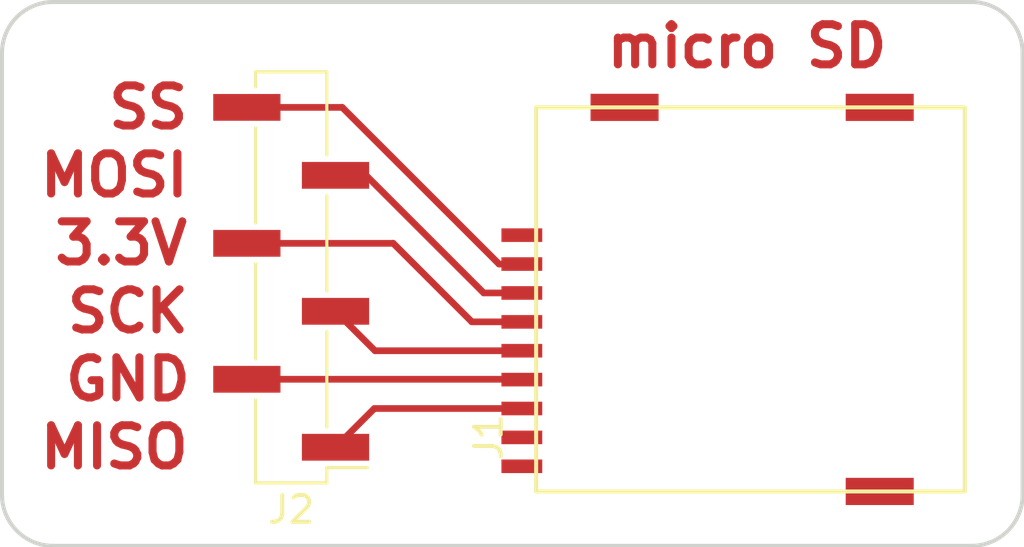
<source format=kicad_pcb>
(kicad_pcb (version 4) (host pcbnew 4.0.6)

  (general
    (links 6)
    (no_connects 0)
    (area 140.259999 93.269999 178.510001 113.740001)
    (thickness 1.6)
    (drawings 15)
    (tracks 15)
    (zones 0)
    (modules 2)
    (nets 10)
  )

  (page A4)
  (layers
    (0 F.Cu signal)
    (31 B.Cu signal)
    (32 B.Adhes user)
    (33 F.Adhes user)
    (34 B.Paste user)
    (35 F.Paste user)
    (36 B.SilkS user)
    (37 F.SilkS user)
    (38 B.Mask user)
    (39 F.Mask user)
    (40 Dwgs.User user)
    (41 Cmts.User user)
    (42 Eco1.User user)
    (43 Eco2.User user)
    (44 Edge.Cuts user)
    (45 Margin user)
    (46 B.CrtYd user)
    (47 F.CrtYd user)
    (48 B.Fab user)
    (49 F.Fab user)
  )

  (setup
    (last_trace_width 0.25)
    (trace_clearance 0.2)
    (zone_clearance 0.508)
    (zone_45_only no)
    (trace_min 0.2)
    (segment_width 0.2)
    (edge_width 0.15)
    (via_size 0.6)
    (via_drill 0.4)
    (via_min_size 0.4)
    (via_min_drill 0.3)
    (uvia_size 0.3)
    (uvia_drill 0.1)
    (uvias_allowed no)
    (uvia_min_size 0.2)
    (uvia_min_drill 0.1)
    (pcb_text_width 0.3)
    (pcb_text_size 1.5 1.5)
    (mod_edge_width 0.15)
    (mod_text_size 1 1)
    (mod_text_width 0.15)
    (pad_size 1.524 1.524)
    (pad_drill 0.762)
    (pad_to_mask_clearance 0.2)
    (aux_axis_origin 0 0)
    (visible_elements FFFFFF7F)
    (pcbplotparams
      (layerselection 0x00030_80000001)
      (usegerberextensions false)
      (excludeedgelayer true)
      (linewidth 0.100000)
      (plotframeref false)
      (viasonmask false)
      (mode 1)
      (useauxorigin false)
      (hpglpennumber 1)
      (hpglpenspeed 20)
      (hpglpendiameter 15)
      (hpglpenoverlay 2)
      (psnegative false)
      (psa4output false)
      (plotreference true)
      (plotvalue true)
      (plotinvisibletext false)
      (padsonsilk false)
      (subtractmaskfromsilk false)
      (outputformat 1)
      (mirror false)
      (drillshape 1)
      (scaleselection 1)
      (outputdirectory ""))
  )

  (net 0 "")
  (net 1 "Net-(J1-Pad9)")
  (net 2 "Net-(J1-Pad8)")
  (net 3 /MISO)
  (net 4 /GND)
  (net 5 /SCK)
  (net 6 /VCC)
  (net 7 /MOSI)
  (net 8 /SS)
  (net 9 "Net-(J1-Pad1)")

  (net_class Default "This is the default net class."
    (clearance 0.2)
    (trace_width 0.25)
    (via_dia 0.6)
    (via_drill 0.4)
    (uvia_dia 0.3)
    (uvia_drill 0.1)
    (add_net /GND)
    (add_net /MISO)
    (add_net /MOSI)
    (add_net /SCK)
    (add_net /SS)
    (add_net /VCC)
    (add_net "Net-(J1-Pad1)")
    (add_net "Net-(J1-Pad8)")
    (add_net "Net-(J1-Pad9)")
  )

  (module sean:MICROSD (layer F.Cu) (tedit 5A579579) (tstamp 5A579375)
    (at 168.148 104.902 90)
    (path /5A57924F)
    (fp_text reference J1 (at -4.699 -9.652 90) (layer F.SilkS)
      (effects (font (size 1 1) (thickness 0.15)))
    )
    (fp_text value Micro_SD_Card (at 0.127 9.017 90) (layer F.Fab)
      (effects (font (size 1 1) (thickness 0.15)))
    )
    (fp_line (start 7.62 -7.874) (end 7.62 8.128) (layer F.SilkS) (width 0.15))
    (fp_line (start -6.731 8.128) (end 7.62 8.128) (layer F.SilkS) (width 0.15))
    (fp_line (start -6.731 -7.874) (end -6.731 8.128) (layer F.SilkS) (width 0.15))
    (fp_line (start -6.731 -7.874) (end 7.62 -7.874) (layer F.SilkS) (width 0.15))
    (pad SHEI smd rect (at -6.731 4.953 90) (size 1.016 2.54) (layers F.Cu F.Paste F.Mask))
    (pad SHEI smd rect (at 7.62 4.953 90) (size 1.016 2.54) (layers F.Cu F.Paste F.Mask))
    (pad 9 smd rect (at -5.7912 -8.4074 90) (size 0.508 1.524) (layers F.Cu F.Paste F.Mask)
      (net 1 "Net-(J1-Pad9)"))
    (pad 8 smd rect (at -4.7117 -8.4074 90) (size 0.508 1.524) (layers F.Cu F.Paste F.Mask)
      (net 2 "Net-(J1-Pad8)"))
    (pad 7 smd rect (at -3.6322 -8.4074 90) (size 0.508 1.524) (layers F.Cu F.Paste F.Mask)
      (net 3 /MISO))
    (pad 6 smd rect (at -2.5527 -8.4074 90) (size 0.508 1.524) (layers F.Cu F.Paste F.Mask)
      (net 4 /GND))
    (pad 5 smd rect (at -1.4732 -8.4074 90) (size 0.508 1.524) (layers F.Cu F.Paste F.Mask)
      (net 5 /SCK))
    (pad 4 smd rect (at -0.3937 -8.4074 90) (size 0.508 1.524) (layers F.Cu F.Paste F.Mask)
      (net 6 /VCC))
    (pad 3 smd rect (at 0.6858 -8.4074 90) (size 0.508 1.524) (layers F.Cu F.Paste F.Mask)
      (net 7 /MOSI))
    (pad 2 smd rect (at 1.7653 -8.4074 90) (size 0.508 1.524) (layers F.Cu F.Paste F.Mask)
      (net 8 /SS))
    (pad 1 smd rect (at 2.8448 -8.4074 90) (size 0.508 1.524) (layers F.Cu F.Paste F.Mask)
      (net 9 "Net-(J1-Pad1)"))
    (pad SHEI smd rect (at 7.62 -4.572 90) (size 1.016 2.54) (layers F.Cu F.Paste F.Mask))
  )

  (module Pin_Headers:Pin_Header_Straight_1x06_Pitch2.54mm_SMD_Pin1Left (layer F.Cu) (tedit 59650532) (tstamp 5A5793DF)
    (at 151.13 103.632 180)
    (descr "surface-mounted straight pin header, 1x06, 2.54mm pitch, single row, style 1 (pin 1 left)")
    (tags "Surface mounted pin header SMD 1x06 2.54mm single row style1 pin1 left")
    (path /5A579312)
    (attr smd)
    (fp_text reference J2 (at 0 -8.68 180) (layer F.SilkS)
      (effects (font (size 1 1) (thickness 0.15)))
    )
    (fp_text value CONN_01X06 (at 0 8.68 180) (layer F.Fab)
      (effects (font (size 1 1) (thickness 0.15)))
    )
    (fp_line (start 1.27 7.62) (end -1.27 7.62) (layer F.Fab) (width 0.1))
    (fp_line (start -0.32 -7.62) (end 1.27 -7.62) (layer F.Fab) (width 0.1))
    (fp_line (start -1.27 7.62) (end -1.27 -6.67) (layer F.Fab) (width 0.1))
    (fp_line (start -1.27 -6.67) (end -0.32 -7.62) (layer F.Fab) (width 0.1))
    (fp_line (start 1.27 -7.62) (end 1.27 7.62) (layer F.Fab) (width 0.1))
    (fp_line (start -1.27 -6.67) (end -2.54 -6.67) (layer F.Fab) (width 0.1))
    (fp_line (start -2.54 -6.67) (end -2.54 -6.03) (layer F.Fab) (width 0.1))
    (fp_line (start -2.54 -6.03) (end -1.27 -6.03) (layer F.Fab) (width 0.1))
    (fp_line (start -1.27 -1.59) (end -2.54 -1.59) (layer F.Fab) (width 0.1))
    (fp_line (start -2.54 -1.59) (end -2.54 -0.95) (layer F.Fab) (width 0.1))
    (fp_line (start -2.54 -0.95) (end -1.27 -0.95) (layer F.Fab) (width 0.1))
    (fp_line (start -1.27 3.49) (end -2.54 3.49) (layer F.Fab) (width 0.1))
    (fp_line (start -2.54 3.49) (end -2.54 4.13) (layer F.Fab) (width 0.1))
    (fp_line (start -2.54 4.13) (end -1.27 4.13) (layer F.Fab) (width 0.1))
    (fp_line (start 1.27 -4.13) (end 2.54 -4.13) (layer F.Fab) (width 0.1))
    (fp_line (start 2.54 -4.13) (end 2.54 -3.49) (layer F.Fab) (width 0.1))
    (fp_line (start 2.54 -3.49) (end 1.27 -3.49) (layer F.Fab) (width 0.1))
    (fp_line (start 1.27 0.95) (end 2.54 0.95) (layer F.Fab) (width 0.1))
    (fp_line (start 2.54 0.95) (end 2.54 1.59) (layer F.Fab) (width 0.1))
    (fp_line (start 2.54 1.59) (end 1.27 1.59) (layer F.Fab) (width 0.1))
    (fp_line (start 1.27 6.03) (end 2.54 6.03) (layer F.Fab) (width 0.1))
    (fp_line (start 2.54 6.03) (end 2.54 6.67) (layer F.Fab) (width 0.1))
    (fp_line (start 2.54 6.67) (end 1.27 6.67) (layer F.Fab) (width 0.1))
    (fp_line (start -1.33 -7.68) (end 1.33 -7.68) (layer F.SilkS) (width 0.12))
    (fp_line (start -1.33 7.68) (end 1.33 7.68) (layer F.SilkS) (width 0.12))
    (fp_line (start 1.33 -7.68) (end 1.33 -4.57) (layer F.SilkS) (width 0.12))
    (fp_line (start -1.33 -7.11) (end -2.85 -7.11) (layer F.SilkS) (width 0.12))
    (fp_line (start -1.33 -7.68) (end -1.33 -7.11) (layer F.SilkS) (width 0.12))
    (fp_line (start 1.33 7.11) (end 1.33 7.68) (layer F.SilkS) (width 0.12))
    (fp_line (start 1.33 -3.05) (end 1.33 0.51) (layer F.SilkS) (width 0.12))
    (fp_line (start 1.33 2.03) (end 1.33 5.59) (layer F.SilkS) (width 0.12))
    (fp_line (start -1.33 -5.59) (end -1.33 -2.03) (layer F.SilkS) (width 0.12))
    (fp_line (start -1.33 -0.51) (end -1.33 3.05) (layer F.SilkS) (width 0.12))
    (fp_line (start -1.33 4.57) (end -1.33 7.68) (layer F.SilkS) (width 0.12))
    (fp_line (start -3.45 -8.15) (end -3.45 8.15) (layer F.CrtYd) (width 0.05))
    (fp_line (start -3.45 8.15) (end 3.45 8.15) (layer F.CrtYd) (width 0.05))
    (fp_line (start 3.45 8.15) (end 3.45 -8.15) (layer F.CrtYd) (width 0.05))
    (fp_line (start 3.45 -8.15) (end -3.45 -8.15) (layer F.CrtYd) (width 0.05))
    (fp_text user %R (at 0 0 270) (layer F.Fab)
      (effects (font (size 1 1) (thickness 0.15)))
    )
    (pad 1 smd rect (at -1.655 -6.35 180) (size 2.51 1) (layers F.Cu F.Paste F.Mask)
      (net 3 /MISO))
    (pad 3 smd rect (at -1.655 -1.27 180) (size 2.51 1) (layers F.Cu F.Paste F.Mask)
      (net 5 /SCK))
    (pad 5 smd rect (at -1.655 3.81 180) (size 2.51 1) (layers F.Cu F.Paste F.Mask)
      (net 7 /MOSI))
    (pad 2 smd rect (at 1.655 -3.81 180) (size 2.51 1) (layers F.Cu F.Paste F.Mask)
      (net 4 /GND))
    (pad 4 smd rect (at 1.655 1.27 180) (size 2.51 1) (layers F.Cu F.Paste F.Mask)
      (net 6 /VCC))
    (pad 6 smd rect (at 1.655 6.35 180) (size 2.51 1) (layers F.Cu F.Paste F.Mask)
      (net 8 /SS))
    (model ${KISYS3DMOD}/Pin_Headers.3dshapes/Pin_Header_Straight_1x06_Pitch2.54mm_SMD_Pin1Left.wrl
      (at (xyz 0 0 0))
      (scale (xyz 1 1 1))
      (rotate (xyz 0 0 0))
    )
  )

  (gr_line (start 142.24 93.345) (end 176.53 93.345) (angle 90) (layer Edge.Cuts) (width 0.15))
  (gr_arc (start 176.53 111.76) (end 178.435 111.76) (angle 90) (layer Edge.Cuts) (width 0.15))
  (gr_line (start 142.24 113.665) (end 176.53 113.665) (angle 90) (layer Edge.Cuts) (width 0.15))
  (gr_line (start 178.435 95.25) (end 178.435 111.76) (angle 90) (layer Edge.Cuts) (width 0.15))
  (gr_arc (start 176.53 95.25) (end 176.53 93.345) (angle 90) (layer Edge.Cuts) (width 0.15))
  (gr_line (start 140.335 95.25) (end 140.335 111.76) (angle 90) (layer Edge.Cuts) (width 0.15))
  (gr_arc (start 142.24 111.76) (end 142.24 113.665) (angle 90) (layer Edge.Cuts) (width 0.15))
  (gr_arc (start 142.24 95.25) (end 140.335 95.25) (angle 90) (layer Edge.Cuts) (width 0.15))
  (gr_text MISO (at 144.526 109.982) (layer F.Cu)
    (effects (font (size 1.5 1.5) (thickness 0.3)))
  )
  (gr_text GND (at 145.034 107.442) (layer F.Cu)
    (effects (font (size 1.5 1.5) (thickness 0.3)))
  )
  (gr_text SCK (at 145.034 104.902) (layer F.Cu)
    (effects (font (size 1.5 1.5) (thickness 0.3)))
  )
  (gr_text 3.3V (at 144.78 102.362) (layer F.Cu)
    (effects (font (size 1.5 1.5) (thickness 0.3)))
  )
  (gr_text MOSI (at 144.526 99.822) (layer F.Cu)
    (effects (font (size 1.5 1.5) (thickness 0.3)))
  )
  (gr_text SS (at 145.796 97.282) (layer F.Cu)
    (effects (font (size 1.5 1.5) (thickness 0.3)))
  )
  (gr_text "micro SD" (at 168.148 94.996) (layer F.Cu)
    (effects (font (size 1.5 1.5) (thickness 0.3)))
  )

  (segment (start 159.7406 108.5342) (end 154.2328 108.5342) (width 0.25) (layer F.Cu) (net 3) (status 400000))
  (segment (start 154.2328 108.5342) (end 152.785 109.982) (width 0.25) (layer F.Cu) (net 3) (tstamp 5A5795F5) (status 800000))
  (segment (start 149.475 107.442) (end 159.7279 107.442) (width 0.25) (layer F.Cu) (net 4) (status C00000))
  (segment (start 159.7279 107.442) (end 159.7406 107.4547) (width 0.25) (layer F.Cu) (net 4) (tstamp 5A5795F2) (status C00000))
  (segment (start 159.7406 106.3752) (end 154.2582 106.3752) (width 0.25) (layer F.Cu) (net 5) (status 400000))
  (segment (start 154.2582 106.3752) (end 152.785 104.902) (width 0.25) (layer F.Cu) (net 5) (tstamp 5A5795EC) (status 800000))
  (segment (start 159.7406 105.2957) (end 157.8737 105.2957) (width 0.25) (layer F.Cu) (net 6) (status 400000))
  (segment (start 154.94 102.362) (end 149.475 102.362) (width 0.25) (layer F.Cu) (net 6) (tstamp 5A5795D8) (status 800000))
  (segment (start 157.8737 105.2957) (end 154.94 102.362) (width 0.25) (layer F.Cu) (net 6) (tstamp 5A5795D2))
  (segment (start 152.785 99.822) (end 153.924 99.822) (width 0.25) (layer F.Cu) (net 7) (status C00000))
  (segment (start 153.924 99.822) (end 158.3182 104.2162) (width 0.25) (layer F.Cu) (net 7) (tstamp 5A5795C8) (status 400000))
  (segment (start 158.3182 104.2162) (end 159.7406 104.2162) (width 0.25) (layer F.Cu) (net 7) (tstamp 5A5795CE) (status 800000))
  (segment (start 159.7406 103.1367) (end 158.8897 103.1367) (width 0.25) (layer F.Cu) (net 8) (status 400000))
  (segment (start 153.035 97.282) (end 149.475 97.282) (width 0.25) (layer F.Cu) (net 8) (tstamp 5A5795E7) (status 800000))
  (segment (start 158.8897 103.1367) (end 153.035 97.282) (width 0.25) (layer F.Cu) (net 8) (tstamp 5A5795DE))

)

</source>
